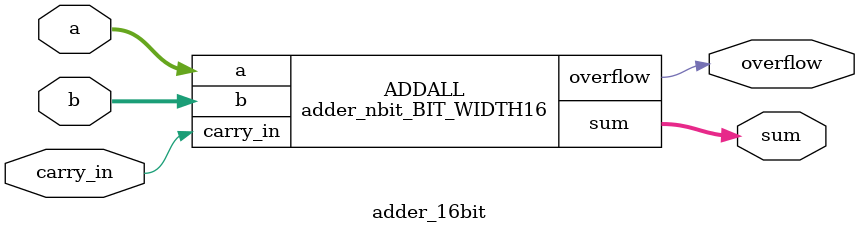
<source format=v>


module adder_1bit_15 ( a, b, carry_in, sum, carry_out );
  input a, b, carry_in;
  output sum, carry_out;
  wire   n2, n3;

  INVX2 U1 ( .A(n3), .Y(carry_out) );
  XOR2X1 U2 ( .A(carry_in), .B(n2), .Y(sum) );
  AOI22X1 U3 ( .A(b), .B(a), .C(n2), .D(carry_in), .Y(n3) );
  XOR2X1 U4 ( .A(a), .B(b), .Y(n2) );
endmodule


module adder_1bit_14 ( a, b, carry_in, sum, carry_out );
  input a, b, carry_in;
  output sum, carry_out;
  wire   n2, n3;

  INVX2 U1 ( .A(n3), .Y(carry_out) );
  XOR2X1 U2 ( .A(carry_in), .B(n2), .Y(sum) );
  AOI22X1 U3 ( .A(b), .B(a), .C(n2), .D(carry_in), .Y(n3) );
  XOR2X1 U4 ( .A(a), .B(b), .Y(n2) );
endmodule


module adder_1bit_0 ( a, b, carry_in, sum, carry_out );
  input a, b, carry_in;
  output sum, carry_out;
  wire   n4, n5;

  INVX2 U1 ( .A(n4), .Y(carry_out) );
  XOR2X1 U2 ( .A(carry_in), .B(n5), .Y(sum) );
  AOI22X1 U3 ( .A(b), .B(a), .C(n5), .D(carry_in), .Y(n4) );
  XOR2X1 U4 ( .A(a), .B(b), .Y(n5) );
endmodule


module adder_1bit_1 ( a, b, carry_in, sum, carry_out );
  input a, b, carry_in;
  output sum, carry_out;
  wire   n4, n5;

  INVX2 U1 ( .A(n4), .Y(carry_out) );
  XOR2X1 U2 ( .A(carry_in), .B(n5), .Y(sum) );
  AOI22X1 U3 ( .A(b), .B(a), .C(n5), .D(carry_in), .Y(n4) );
  XOR2X1 U4 ( .A(a), .B(b), .Y(n5) );
endmodule


module adder_1bit_2 ( a, b, carry_in, sum, carry_out );
  input a, b, carry_in;
  output sum, carry_out;
  wire   n4, n5;

  INVX2 U1 ( .A(n4), .Y(carry_out) );
  XOR2X1 U2 ( .A(carry_in), .B(n5), .Y(sum) );
  AOI22X1 U3 ( .A(b), .B(a), .C(n5), .D(carry_in), .Y(n4) );
  XOR2X1 U4 ( .A(a), .B(b), .Y(n5) );
endmodule


module adder_1bit_3 ( a, b, carry_in, sum, carry_out );
  input a, b, carry_in;
  output sum, carry_out;
  wire   n4, n5;

  INVX2 U1 ( .A(n4), .Y(carry_out) );
  XOR2X1 U2 ( .A(carry_in), .B(n5), .Y(sum) );
  AOI22X1 U3 ( .A(b), .B(a), .C(n5), .D(carry_in), .Y(n4) );
  XOR2X1 U4 ( .A(a), .B(b), .Y(n5) );
endmodule


module adder_1bit_4 ( a, b, carry_in, sum, carry_out );
  input a, b, carry_in;
  output sum, carry_out;
  wire   n4, n5;

  INVX2 U1 ( .A(n4), .Y(carry_out) );
  XOR2X1 U2 ( .A(carry_in), .B(n5), .Y(sum) );
  AOI22X1 U3 ( .A(b), .B(a), .C(n5), .D(carry_in), .Y(n4) );
  XOR2X1 U4 ( .A(a), .B(b), .Y(n5) );
endmodule


module adder_1bit_5 ( a, b, carry_in, sum, carry_out );
  input a, b, carry_in;
  output sum, carry_out;
  wire   n4, n5;

  INVX2 U1 ( .A(n4), .Y(carry_out) );
  XOR2X1 U2 ( .A(carry_in), .B(n5), .Y(sum) );
  AOI22X1 U3 ( .A(b), .B(a), .C(n5), .D(carry_in), .Y(n4) );
  XOR2X1 U4 ( .A(a), .B(b), .Y(n5) );
endmodule


module adder_1bit_6 ( a, b, carry_in, sum, carry_out );
  input a, b, carry_in;
  output sum, carry_out;
  wire   n4, n5;

  INVX2 U1 ( .A(n4), .Y(carry_out) );
  XOR2X1 U2 ( .A(carry_in), .B(n5), .Y(sum) );
  AOI22X1 U3 ( .A(b), .B(a), .C(n5), .D(carry_in), .Y(n4) );
  XOR2X1 U4 ( .A(a), .B(b), .Y(n5) );
endmodule


module adder_1bit_7 ( a, b, carry_in, sum, carry_out );
  input a, b, carry_in;
  output sum, carry_out;
  wire   n4, n5;

  INVX2 U1 ( .A(n4), .Y(carry_out) );
  XOR2X1 U2 ( .A(carry_in), .B(n5), .Y(sum) );
  AOI22X1 U3 ( .A(b), .B(a), .C(n5), .D(carry_in), .Y(n4) );
  XOR2X1 U4 ( .A(a), .B(b), .Y(n5) );
endmodule


module adder_1bit_8 ( a, b, carry_in, sum, carry_out );
  input a, b, carry_in;
  output sum, carry_out;
  wire   n4, n5;

  INVX2 U1 ( .A(n4), .Y(carry_out) );
  XOR2X1 U2 ( .A(carry_in), .B(n5), .Y(sum) );
  AOI22X1 U3 ( .A(b), .B(a), .C(n5), .D(carry_in), .Y(n4) );
  XOR2X1 U4 ( .A(a), .B(b), .Y(n5) );
endmodule


module adder_1bit_9 ( a, b, carry_in, sum, carry_out );
  input a, b, carry_in;
  output sum, carry_out;
  wire   n4, n5;

  INVX2 U1 ( .A(n4), .Y(carry_out) );
  XOR2X1 U2 ( .A(carry_in), .B(n5), .Y(sum) );
  AOI22X1 U3 ( .A(b), .B(a), .C(n5), .D(carry_in), .Y(n4) );
  XOR2X1 U4 ( .A(a), .B(b), .Y(n5) );
endmodule


module adder_1bit_10 ( a, b, carry_in, sum, carry_out );
  input a, b, carry_in;
  output sum, carry_out;
  wire   n4, n5;

  INVX2 U1 ( .A(n4), .Y(carry_out) );
  XOR2X1 U2 ( .A(carry_in), .B(n5), .Y(sum) );
  AOI22X1 U3 ( .A(b), .B(a), .C(n5), .D(carry_in), .Y(n4) );
  XOR2X1 U4 ( .A(a), .B(b), .Y(n5) );
endmodule


module adder_1bit_11 ( a, b, carry_in, sum, carry_out );
  input a, b, carry_in;
  output sum, carry_out;
  wire   n4, n5;

  INVX2 U1 ( .A(n4), .Y(carry_out) );
  XOR2X1 U2 ( .A(carry_in), .B(n5), .Y(sum) );
  AOI22X1 U3 ( .A(b), .B(a), .C(n5), .D(carry_in), .Y(n4) );
  XOR2X1 U4 ( .A(a), .B(b), .Y(n5) );
endmodule


module adder_1bit_12 ( a, b, carry_in, sum, carry_out );
  input a, b, carry_in;
  output sum, carry_out;
  wire   n4, n5;

  INVX2 U1 ( .A(n4), .Y(carry_out) );
  XOR2X1 U2 ( .A(carry_in), .B(n5), .Y(sum) );
  AOI22X1 U3 ( .A(b), .B(a), .C(n5), .D(carry_in), .Y(n4) );
  XOR2X1 U4 ( .A(a), .B(b), .Y(n5) );
endmodule


module adder_1bit_13 ( a, b, carry_in, sum, carry_out );
  input a, b, carry_in;
  output sum, carry_out;
  wire   n4, n5;

  INVX2 U1 ( .A(n4), .Y(carry_out) );
  XOR2X1 U2 ( .A(carry_in), .B(n5), .Y(sum) );
  AOI22X1 U3 ( .A(b), .B(a), .C(n5), .D(carry_in), .Y(n4) );
  XOR2X1 U4 ( .A(a), .B(b), .Y(n5) );
endmodule


module adder_nbit_BIT_WIDTH16 ( a, b, carry_in, sum, overflow );
  input [15:0] a;
  input [15:0] b;
  output [15:0] sum;
  input carry_in;
  output overflow;

  wire   [15:1] carrys;

  adder_1bit_15 \genblk1[0].IX  ( .a(a[0]), .b(b[0]), .carry_in(carry_in), 
        .sum(sum[0]), .carry_out(carrys[1]) );
  adder_1bit_14 \genblk1[1].IX  ( .a(a[1]), .b(b[1]), .carry_in(carrys[1]), 
        .sum(sum[1]), .carry_out(carrys[2]) );
  adder_1bit_13 \genblk1[2].IX  ( .a(a[2]), .b(b[2]), .carry_in(carrys[2]), 
        .sum(sum[2]), .carry_out(carrys[3]) );
  adder_1bit_12 \genblk1[3].IX  ( .a(a[3]), .b(b[3]), .carry_in(carrys[3]), 
        .sum(sum[3]), .carry_out(carrys[4]) );
  adder_1bit_11 \genblk1[4].IX  ( .a(a[4]), .b(b[4]), .carry_in(carrys[4]), 
        .sum(sum[4]), .carry_out(carrys[5]) );
  adder_1bit_10 \genblk1[5].IX  ( .a(a[5]), .b(b[5]), .carry_in(carrys[5]), 
        .sum(sum[5]), .carry_out(carrys[6]) );
  adder_1bit_9 \genblk1[6].IX  ( .a(a[6]), .b(b[6]), .carry_in(carrys[6]), 
        .sum(sum[6]), .carry_out(carrys[7]) );
  adder_1bit_8 \genblk1[7].IX  ( .a(a[7]), .b(b[7]), .carry_in(carrys[7]), 
        .sum(sum[7]), .carry_out(carrys[8]) );
  adder_1bit_7 \genblk1[8].IX  ( .a(a[8]), .b(b[8]), .carry_in(carrys[8]), 
        .sum(sum[8]), .carry_out(carrys[9]) );
  adder_1bit_6 \genblk1[9].IX  ( .a(a[9]), .b(b[9]), .carry_in(carrys[9]), 
        .sum(sum[9]), .carry_out(carrys[10]) );
  adder_1bit_5 \genblk1[10].IX  ( .a(a[10]), .b(b[10]), .carry_in(carrys[10]), 
        .sum(sum[10]), .carry_out(carrys[11]) );
  adder_1bit_4 \genblk1[11].IX  ( .a(a[11]), .b(b[11]), .carry_in(carrys[11]), 
        .sum(sum[11]), .carry_out(carrys[12]) );
  adder_1bit_3 \genblk1[12].IX  ( .a(a[12]), .b(b[12]), .carry_in(carrys[12]), 
        .sum(sum[12]), .carry_out(carrys[13]) );
  adder_1bit_2 \genblk1[13].IX  ( .a(a[13]), .b(b[13]), .carry_in(carrys[13]), 
        .sum(sum[13]), .carry_out(carrys[14]) );
  adder_1bit_1 \genblk1[14].IX  ( .a(a[14]), .b(b[14]), .carry_in(carrys[14]), 
        .sum(sum[14]), .carry_out(carrys[15]) );
  adder_1bit_0 \genblk1[15].IX  ( .a(a[15]), .b(b[15]), .carry_in(carrys[15]), 
        .sum(sum[15]), .carry_out(overflow) );
endmodule


module adder_16bit ( a, b, carry_in, sum, overflow );
  input [15:0] a;
  input [15:0] b;
  output [15:0] sum;
  input carry_in;
  output overflow;


  adder_nbit_BIT_WIDTH16 ADDALL ( .a(a), .b(b), .carry_in(carry_in), .sum(sum), 
        .overflow(overflow) );
endmodule


</source>
